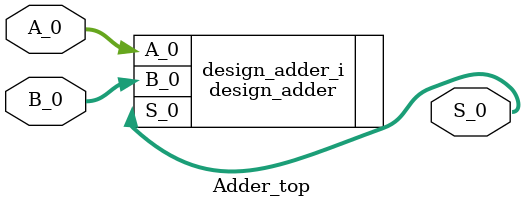
<source format=v>
`timescale 1ns / 1ps


module Adder_top(A_0, B_0, S_0);
  input [7:0]A_0;
  input [7:0]B_0;
  output [8:0]S_0;

  wire [7:0]A_0;
  wire [7:0]B_0;
  wire [8:0]S_0;

  design_adder design_adder_i
       (.A_0(A_0),
        .B_0(B_0),
        .S_0(S_0));
endmodule


</source>
